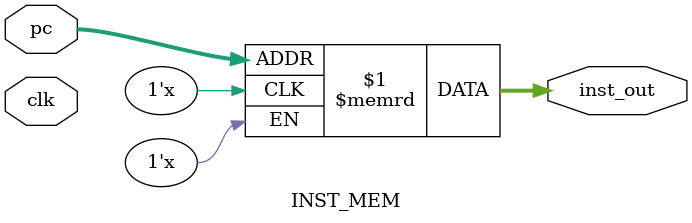
<source format=v>

`timescale 1ns/10ps

module INST_MEM (clk, pc, inst_out);
parameter IM_SIZE = 100;//*1024;//*1024;//2^29
input clk;
input [31:0] pc;
output [31:0] inst_out;

reg [31:0] inst [IM_SIZE-1:0];


assign inst_out = inst[pc];

endmodule

</source>
